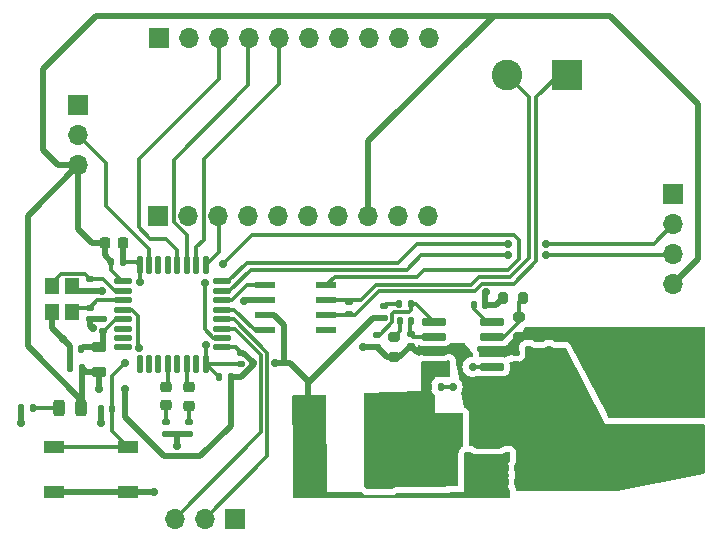
<source format=gbr>
%TF.GenerationSoftware,KiCad,Pcbnew,8.0.1*%
%TF.CreationDate,2024-11-24T12:48:57+07:00*%
%TF.ProjectId,TPMS,54504d53-2e6b-4696-9361-645f70636258,rev?*%
%TF.SameCoordinates,Original*%
%TF.FileFunction,Copper,L1,Top*%
%TF.FilePolarity,Positive*%
%FSLAX46Y46*%
G04 Gerber Fmt 4.6, Leading zero omitted, Abs format (unit mm)*
G04 Created by KiCad (PCBNEW 8.0.1) date 2024-11-24 12:48:57*
%MOMM*%
%LPD*%
G01*
G04 APERTURE LIST*
G04 Aperture macros list*
%AMRoundRect*
0 Rectangle with rounded corners*
0 $1 Rounding radius*
0 $2 $3 $4 $5 $6 $7 $8 $9 X,Y pos of 4 corners*
0 Add a 4 corners polygon primitive as box body*
4,1,4,$2,$3,$4,$5,$6,$7,$8,$9,$2,$3,0*
0 Add four circle primitives for the rounded corners*
1,1,$1+$1,$2,$3*
1,1,$1+$1,$4,$5*
1,1,$1+$1,$6,$7*
1,1,$1+$1,$8,$9*
0 Add four rect primitives between the rounded corners*
20,1,$1+$1,$2,$3,$4,$5,0*
20,1,$1+$1,$4,$5,$6,$7,0*
20,1,$1+$1,$6,$7,$8,$9,0*
20,1,$1+$1,$8,$9,$2,$3,0*%
G04 Aperture macros list end*
%TA.AperFunction,ComponentPad*%
%ADD10R,1.700000X1.700000*%
%TD*%
%TA.AperFunction,ComponentPad*%
%ADD11O,1.700000X1.700000*%
%TD*%
%TA.AperFunction,SMDPad,CuDef*%
%ADD12RoundRect,0.225000X-0.250000X0.225000X-0.250000X-0.225000X0.250000X-0.225000X0.250000X0.225000X0*%
%TD*%
%TA.AperFunction,SMDPad,CuDef*%
%ADD13RoundRect,0.250000X-1.000000X-0.650000X1.000000X-0.650000X1.000000X0.650000X-1.000000X0.650000X0*%
%TD*%
%TA.AperFunction,SMDPad,CuDef*%
%ADD14RoundRect,0.135000X-0.135000X-0.185000X0.135000X-0.185000X0.135000X0.185000X-0.135000X0.185000X0*%
%TD*%
%TA.AperFunction,ComponentPad*%
%ADD15R,2.600000X2.600000*%
%TD*%
%TA.AperFunction,ComponentPad*%
%ADD16C,2.600000*%
%TD*%
%TA.AperFunction,SMDPad,CuDef*%
%ADD17RoundRect,0.140000X-0.170000X0.140000X-0.170000X-0.140000X0.170000X-0.140000X0.170000X0.140000X0*%
%TD*%
%TA.AperFunction,SMDPad,CuDef*%
%ADD18RoundRect,0.225000X-0.225000X-0.250000X0.225000X-0.250000X0.225000X0.250000X-0.225000X0.250000X0*%
%TD*%
%TA.AperFunction,SMDPad,CuDef*%
%ADD19RoundRect,0.140000X0.140000X0.170000X-0.140000X0.170000X-0.140000X-0.170000X0.140000X-0.170000X0*%
%TD*%
%TA.AperFunction,SMDPad,CuDef*%
%ADD20RoundRect,0.075000X0.910000X0.225000X-0.910000X0.225000X-0.910000X-0.225000X0.910000X-0.225000X0*%
%TD*%
%TA.AperFunction,SMDPad,CuDef*%
%ADD21RoundRect,0.200000X-0.275000X0.200000X-0.275000X-0.200000X0.275000X-0.200000X0.275000X0.200000X0*%
%TD*%
%TA.AperFunction,SMDPad,CuDef*%
%ADD22RoundRect,0.140000X-0.140000X-0.170000X0.140000X-0.170000X0.140000X0.170000X-0.140000X0.170000X0*%
%TD*%
%TA.AperFunction,SMDPad,CuDef*%
%ADD23RoundRect,0.125000X-0.625000X-0.125000X0.625000X-0.125000X0.625000X0.125000X-0.625000X0.125000X0*%
%TD*%
%TA.AperFunction,SMDPad,CuDef*%
%ADD24RoundRect,0.125000X-0.125000X-0.625000X0.125000X-0.625000X0.125000X0.625000X-0.125000X0.625000X0*%
%TD*%
%TA.AperFunction,SMDPad,CuDef*%
%ADD25RoundRect,0.135000X-0.185000X0.135000X-0.185000X-0.135000X0.185000X-0.135000X0.185000X0.135000X0*%
%TD*%
%TA.AperFunction,SMDPad,CuDef*%
%ADD26RoundRect,0.073750X-0.801250X-0.221250X0.801250X-0.221250X0.801250X0.221250X-0.801250X0.221250X0*%
%TD*%
%TA.AperFunction,SMDPad,CuDef*%
%ADD27RoundRect,0.135000X0.185000X-0.135000X0.185000X0.135000X-0.185000X0.135000X-0.185000X-0.135000X0*%
%TD*%
%TA.AperFunction,SMDPad,CuDef*%
%ADD28RoundRect,0.218750X0.256250X-0.218750X0.256250X0.218750X-0.256250X0.218750X-0.256250X-0.218750X0*%
%TD*%
%TA.AperFunction,SMDPad,CuDef*%
%ADD29RoundRect,0.200000X0.275000X-0.200000X0.275000X0.200000X-0.275000X0.200000X-0.275000X-0.200000X0*%
%TD*%
%TA.AperFunction,SMDPad,CuDef*%
%ADD30RoundRect,0.200000X0.200000X0.275000X-0.200000X0.275000X-0.200000X-0.275000X0.200000X-0.275000X0*%
%TD*%
%TA.AperFunction,SMDPad,CuDef*%
%ADD31RoundRect,0.243750X-0.243750X-0.456250X0.243750X-0.456250X0.243750X0.456250X-0.243750X0.456250X0*%
%TD*%
%TA.AperFunction,SMDPad,CuDef*%
%ADD32RoundRect,0.140000X0.170000X-0.140000X0.170000X0.140000X-0.170000X0.140000X-0.170000X-0.140000X0*%
%TD*%
%TA.AperFunction,SMDPad,CuDef*%
%ADD33RoundRect,0.218750X0.381250X-0.218750X0.381250X0.218750X-0.381250X0.218750X-0.381250X-0.218750X0*%
%TD*%
%TA.AperFunction,SMDPad,CuDef*%
%ADD34R,2.200000X7.500000*%
%TD*%
%TA.AperFunction,SMDPad,CuDef*%
%ADD35R,1.200000X1.400000*%
%TD*%
%TA.AperFunction,SMDPad,CuDef*%
%ADD36RoundRect,0.135000X0.135000X0.185000X-0.135000X0.185000X-0.135000X-0.185000X0.135000X-0.185000X0*%
%TD*%
%TA.AperFunction,SMDPad,CuDef*%
%ADD37R,1.700000X1.000000*%
%TD*%
%TA.AperFunction,ViaPad*%
%ADD38C,0.700000*%
%TD*%
%TA.AperFunction,Conductor*%
%ADD39C,0.500000*%
%TD*%
%TA.AperFunction,Conductor*%
%ADD40C,0.300000*%
%TD*%
G04 APERTURE END LIST*
D10*
%TO.P,J7,1,Pin_1*%
%TO.N,unconnected-(J7-Pin_1-Pad1)*%
X140990000Y-78925000D03*
D11*
%TO.P,J7,2,Pin_2*%
%TO.N,unconnected-(J7-Pin_2-Pad2)*%
X143530000Y-78925000D03*
%TO.P,J7,3,Pin_3*%
%TO.N,SPI_MOSI*%
X146070000Y-78925000D03*
%TO.P,J7,4,Pin_4*%
%TO.N,SPI_MISO*%
X148610000Y-78925000D03*
%TO.P,J7,5,Pin_5*%
%TO.N,SPI_SCK*%
X151150000Y-78925000D03*
%TO.P,J7,6,Pin_6*%
%TO.N,unconnected-(J7-Pin_6-Pad6)*%
X153690000Y-78925000D03*
%TO.P,J7,7,Pin_7*%
%TO.N,unconnected-(J7-Pin_7-Pad7)*%
X156230000Y-78925000D03*
%TO.P,J7,8,Pin_8*%
%TO.N,unconnected-(J7-Pin_8-Pad8)*%
X158770000Y-78925000D03*
%TO.P,J7,9,Pin_9*%
%TO.N,unconnected-(J7-Pin_9-Pad9)*%
X161310000Y-78925000D03*
%TO.P,J7,10,Pin_10*%
%TO.N,unconnected-(J7-Pin_10-Pad10)*%
X163850000Y-78925000D03*
%TD*%
%TO.P,J6,10,Pin_10*%
%TO.N,unconnected-(J6-Pin_10-Pad10)*%
X163840000Y-94000000D03*
%TO.P,J6,9,Pin_9*%
%TO.N,GND*%
X161300000Y-94000000D03*
%TO.P,J6,8,Pin_8*%
%TO.N,+3.3V*%
X158760000Y-94000000D03*
%TO.P,J6,7,Pin_7*%
%TO.N,unconnected-(J6-Pin_7-Pad7)*%
X156220000Y-94000000D03*
%TO.P,J6,6,Pin_6*%
%TO.N,unconnected-(J6-Pin_6-Pad6)*%
X153680000Y-94000000D03*
%TO.P,J6,5,Pin_5*%
%TO.N,unconnected-(J6-Pin_5-Pad5)*%
X151140000Y-94000000D03*
%TO.P,J6,4,Pin_4*%
%TO.N,unconnected-(J6-Pin_4-Pad4)*%
X148600000Y-94000000D03*
%TO.P,J6,3,Pin_3*%
%TO.N,SPI_CS*%
X146060000Y-94000000D03*
%TO.P,J6,2,Pin_2*%
%TO.N,unconnected-(J6-Pin_2-Pad2)*%
X143520000Y-94000000D03*
D10*
%TO.P,J6,1,Pin_1*%
%TO.N,unconnected-(J6-Pin_1-Pad1)*%
X140980000Y-94000000D03*
%TD*%
D12*
%TO.P,C10,1*%
%TO.N,/Vin*%
X174880000Y-104180000D03*
%TO.P,C10,2*%
%TO.N,GND*%
X174880000Y-105730000D03*
%TD*%
D13*
%TO.P,D4,1,K*%
%TO.N,/PH*%
X164880000Y-112720000D03*
%TO.P,D4,2,A*%
%TO.N,GND*%
X168880000Y-112720000D03*
%TD*%
D10*
%TO.P,J3,1,Pin_1*%
%TO.N,GND*%
X147420000Y-119620000D03*
D11*
%TO.P,J3,2,Pin_2*%
%TO.N,USART1_Rx*%
X144880000Y-119620000D03*
%TO.P,J3,3,Pin_3*%
%TO.N,USART1_Tx*%
X142340000Y-119620000D03*
%TD*%
D14*
%TO.P,R9,1*%
%TO.N,Net-(R8-Pad2)*%
X161370000Y-101420000D03*
%TO.P,R9,2*%
%TO.N,/VSense*%
X162390000Y-101420000D03*
%TD*%
D15*
%TO.P,J4,1,Pin_1*%
%TO.N,GND*%
X182085000Y-114465000D03*
D16*
%TO.P,J4,2,Pin_2*%
%TO.N,/Vin*%
X182085000Y-109385000D03*
%TD*%
D17*
%TO.P,C16,1*%
%TO.N,/COMP*%
X162320000Y-103970000D03*
%TO.P,C16,2*%
%TO.N,GND*%
X162320000Y-104930000D03*
%TD*%
%TO.P,C3,1*%
%TO.N,OSC_IN*%
X135180000Y-99320000D03*
%TO.P,C3,2*%
%TO.N,GND*%
X135180000Y-100280000D03*
%TD*%
%TO.P,C12,1*%
%TO.N,/Vin*%
X171220000Y-105520000D03*
%TO.P,C12,2*%
%TO.N,GND*%
X171220000Y-106480000D03*
%TD*%
D18*
%TO.P,C1,1*%
%TO.N,+3.3V*%
X136430000Y-96220000D03*
%TO.P,C1,2*%
%TO.N,GND*%
X137980000Y-96220000D03*
%TD*%
D19*
%TO.P,C8,1*%
%TO.N,+3.3VA*%
X134460000Y-105195000D03*
%TO.P,C8,2*%
%TO.N,GND*%
X133500000Y-105195000D03*
%TD*%
D20*
%TO.P,U2,1,BOOT*%
%TO.N,/POWER BOOT*%
X169220000Y-106730000D03*
%TO.P,U2,2,VIN*%
%TO.N,/Vin*%
X169220000Y-105460000D03*
%TO.P,U2,3,EN*%
%TO.N,/EN*%
X169220000Y-104190000D03*
%TO.P,U2,4,SS*%
%TO.N,/SS*%
X169220000Y-102920000D03*
%TO.P,U2,5,VSENSE*%
%TO.N,/VSense*%
X164280000Y-102920000D03*
%TO.P,U2,6,COMP*%
%TO.N,/COMP*%
X164280000Y-104190000D03*
%TO.P,U2,7,GND*%
%TO.N,GND*%
X164280000Y-105460000D03*
%TO.P,U2,8,PH*%
%TO.N,/PH*%
X164280000Y-106730000D03*
%TD*%
D21*
%TO.P,R7,1*%
%TO.N,Net-(C15-Pad2)*%
X160880000Y-104220000D03*
%TO.P,R7,2*%
%TO.N,GND*%
X160880000Y-105870000D03*
%TD*%
D17*
%TO.P,C4,1*%
%TO.N,+3.3V*%
X147980000Y-105520000D03*
%TO.P,C4,2*%
%TO.N,GND*%
X147980000Y-106480000D03*
%TD*%
D22*
%TO.P,C13,1*%
%TO.N,/SS*%
X167680000Y-101520000D03*
%TO.P,C13,2*%
%TO.N,GND*%
X168640000Y-101520000D03*
%TD*%
D23*
%TO.P,U1,1,VDD*%
%TO.N,+3.3V*%
X138005000Y-99495000D03*
%TO.P,U1,2,PF0*%
%TO.N,OSC_IN*%
X138005000Y-100295000D03*
%TO.P,U1,3,PF1*%
%TO.N,OSC_OUT*%
X138005000Y-101095000D03*
%TO.P,U1,4,NRST*%
%TO.N,NRST*%
X138005000Y-101895000D03*
%TO.P,U1,5,VDDA*%
%TO.N,+3.3VA*%
X138005000Y-102695000D03*
%TO.P,U1,6,PA0*%
%TO.N,unconnected-(U1-PA0-Pad6)*%
X138005000Y-103495000D03*
%TO.P,U1,7,PA1*%
%TO.N,unconnected-(U1-PA1-Pad7)*%
X138005000Y-104295000D03*
%TO.P,U1,8,PA2*%
%TO.N,unconnected-(U1-PA2-Pad8)*%
X138005000Y-105095000D03*
D24*
%TO.P,U1,9,PA3*%
%TO.N,unconnected-(U1-PA3-Pad9)*%
X139380000Y-106470000D03*
%TO.P,U1,10,PA4*%
%TO.N,unconnected-(U1-PA4-Pad10)*%
X140180000Y-106470000D03*
%TO.P,U1,11,PA5*%
%TO.N,unconnected-(U1-PA5-Pad11)*%
X140980000Y-106470000D03*
%TO.P,U1,12,PA6*%
%TO.N,LED_WHITE*%
X141780000Y-106470000D03*
%TO.P,U1,13,PA7*%
%TO.N,unconnected-(U1-PA7-Pad13)*%
X142580000Y-106470000D03*
%TO.P,U1,14,PB0*%
%TO.N,LED_RED*%
X143380000Y-106470000D03*
%TO.P,U1,15,PB1*%
%TO.N,unconnected-(U1-PB1-Pad15)*%
X144180000Y-106470000D03*
%TO.P,U1,16,VSS*%
%TO.N,GND*%
X144980000Y-106470000D03*
D23*
%TO.P,U1,17,VDDIO2*%
%TO.N,+3.3V*%
X146355000Y-105095000D03*
%TO.P,U1,18,PA8*%
%TO.N,CAN_S*%
X146355000Y-104295000D03*
%TO.P,U1,19,PA9*%
%TO.N,USART1_Tx*%
X146355000Y-103495000D03*
%TO.P,U1,20,PA10*%
%TO.N,USART1_Rx*%
X146355000Y-102695000D03*
%TO.P,U1,21,PA11*%
%TO.N,CAN_Rx*%
X146355000Y-101895000D03*
%TO.P,U1,22,PA12*%
%TO.N,CAN_Tx*%
X146355000Y-101095000D03*
%TO.P,U1,23,PA13*%
%TO.N,SWDIO*%
X146355000Y-100295000D03*
%TO.P,U1,24,PA14*%
%TO.N,SWCLK*%
X146355000Y-99495000D03*
D24*
%TO.P,U1,25,PA15*%
%TO.N,SPI_CS*%
X144980000Y-98120000D03*
%TO.P,U1,26,PB3*%
%TO.N,SPI_SCK*%
X144180000Y-98120000D03*
%TO.P,U1,27,PB4*%
%TO.N,SPI_MISO*%
X143380000Y-98120000D03*
%TO.P,U1,28,PB5*%
%TO.N,SPI_MOSI*%
X142580000Y-98120000D03*
%TO.P,U1,29,PB6*%
%TO.N,unconnected-(U1-PB6-Pad29)*%
X141780000Y-98120000D03*
%TO.P,U1,30,PB7*%
%TO.N,unconnected-(U1-PB7-Pad30)*%
X140980000Y-98120000D03*
%TO.P,U1,31,PB8*%
%TO.N,BOOT*%
X140180000Y-98120000D03*
%TO.P,U1,32,VSSA*%
%TO.N,GND*%
X139380000Y-98120000D03*
%TD*%
D19*
%TO.P,C14,1*%
%TO.N,/POWER BOOT*%
X164860000Y-108420000D03*
%TO.P,C14,2*%
%TO.N,/PH*%
X163900000Y-108420000D03*
%TD*%
D25*
%TO.P,R1,1*%
%TO.N,Net-(D1-K)*%
X141580000Y-111420000D03*
%TO.P,R1,2*%
%TO.N,GND*%
X141580000Y-112440000D03*
%TD*%
D17*
%TO.P,C5,1*%
%TO.N,OSC_OUT*%
X135180000Y-101720000D03*
%TO.P,C5,2*%
%TO.N,GND*%
X135180000Y-102680000D03*
%TD*%
D26*
%TO.P,U3,1,TXD*%
%TO.N,CAN_Tx*%
X150010000Y-99820000D03*
%TO.P,U3,2,GND*%
%TO.N,GND*%
X150010000Y-101090000D03*
%TO.P,U3,3,VCC*%
%TO.N,+3.3V*%
X150010000Y-102360000D03*
%TO.P,U3,4,RXD*%
%TO.N,CAN_Rx*%
X150010000Y-103630000D03*
%TO.P,U3,5,VREF*%
%TO.N,unconnected-(U3-VREF-Pad5)*%
X155180000Y-103630000D03*
%TO.P,U3,6,CANL*%
%TO.N,/CAN-*%
X155180000Y-102360000D03*
%TO.P,U3,7,CANH*%
%TO.N,/CAN+*%
X155180000Y-101090000D03*
%TO.P,U3,8,S*%
%TO.N,CAN_S*%
X155180000Y-99820000D03*
%TD*%
D27*
%TO.P,R8,1*%
%TO.N,+3.3V*%
X160080000Y-102630000D03*
%TO.P,R8,2*%
%TO.N,Net-(R8-Pad2)*%
X160080000Y-101610000D03*
%TD*%
D28*
%TO.P,D1,1,K*%
%TO.N,Net-(D1-K)*%
X141580000Y-109995000D03*
%TO.P,D1,2,A*%
%TO.N,LED_WHITE*%
X141580000Y-108420000D03*
%TD*%
D19*
%TO.P,C9,1*%
%TO.N,+3.3V*%
X134480000Y-106795000D03*
%TO.P,C9,2*%
%TO.N,GND*%
X133520000Y-106795000D03*
%TD*%
D15*
%TO.P,J2,1,Pin_1*%
%TO.N,/CAN-*%
X175580000Y-82000000D03*
D16*
%TO.P,J2,2,Pin_2*%
%TO.N,/CAN+*%
X170500000Y-82000000D03*
%TD*%
D29*
%TO.P,R4,1*%
%TO.N,/Vin*%
X171480000Y-104170000D03*
%TO.P,R4,2*%
%TO.N,/EN*%
X171480000Y-102520000D03*
%TD*%
D22*
%TO.P,C17,1*%
%TO.N,+3.3V*%
X170380000Y-115320000D03*
%TO.P,C17,2*%
%TO.N,GND*%
X171340000Y-115320000D03*
%TD*%
D30*
%TO.P,R5,1*%
%TO.N,/EN*%
X171805000Y-100920000D03*
%TO.P,R5,2*%
%TO.N,GND*%
X170155000Y-100920000D03*
%TD*%
D22*
%TO.P,C2,1*%
%TO.N,GND*%
X136100000Y-110320000D03*
%TO.P,C2,2*%
%TO.N,NRST*%
X137060000Y-110320000D03*
%TD*%
D19*
%TO.P,C15,1*%
%TO.N,/COMP*%
X162360000Y-102820000D03*
%TO.P,C15,2*%
%TO.N,Net-(C15-Pad2)*%
X161400000Y-102820000D03*
%TD*%
D28*
%TO.P,D2,1,K*%
%TO.N,Net-(D2-K)*%
X143580000Y-110020000D03*
%TO.P,D2,2,A*%
%TO.N,LED_RED*%
X143580000Y-108445000D03*
%TD*%
D25*
%TO.P,R2,1*%
%TO.N,Net-(D2-K)*%
X143580000Y-111420000D03*
%TO.P,R2,2*%
%TO.N,GND*%
X143580000Y-112440000D03*
%TD*%
D22*
%TO.P,C6,1*%
%TO.N,+3.3V*%
X137000000Y-97820000D03*
%TO.P,C6,2*%
%TO.N,GND*%
X137960000Y-97820000D03*
%TD*%
D10*
%TO.P,J5,1,Pin_1*%
%TO.N,GND*%
X184580000Y-92100000D03*
D11*
%TO.P,J5,2,Pin_2*%
%TO.N,SWCLK*%
X184580000Y-94640000D03*
%TO.P,J5,3,Pin_3*%
%TO.N,SWDIO*%
X184580000Y-97180000D03*
%TO.P,J5,4,Pin_4*%
%TO.N,+3.3V*%
X184580000Y-99720000D03*
%TD*%
D31*
%TO.P,D3,1,K*%
%TO.N,Net-(D3-K)*%
X132555000Y-110220000D03*
%TO.P,D3,2,A*%
%TO.N,+3.3V*%
X134430000Y-110220000D03*
%TD*%
D32*
%TO.P,C7,1*%
%TO.N,+3.3VA*%
X136280000Y-103680000D03*
%TO.P,C7,2*%
%TO.N,GND*%
X136280000Y-102720000D03*
%TD*%
D33*
%TO.P,FB1,1*%
%TO.N,+3.3V*%
X135980000Y-107182500D03*
%TO.P,FB1,2*%
%TO.N,+3.3VA*%
X135980000Y-105057500D03*
%TD*%
D25*
%TO.P,R10,1*%
%TO.N,/VSense*%
X159480000Y-104020000D03*
%TO.P,R10,2*%
%TO.N,GND*%
X159480000Y-105040000D03*
%TD*%
D34*
%TO.P,L1,1,1*%
%TO.N,/PH*%
X159680000Y-113320000D03*
%TO.P,L1,2,2*%
%TO.N,+3.3V*%
X153680000Y-113320000D03*
%TD*%
D35*
%TO.P,Y1,1,1*%
%TO.N,OSC_IN*%
X131980000Y-99920000D03*
%TO.P,Y1,2,2*%
%TO.N,GND*%
X131980000Y-102120000D03*
%TO.P,Y1,3,3*%
%TO.N,OSC_OUT*%
X133680000Y-102120000D03*
%TO.P,Y1,4,4*%
%TO.N,GND*%
X133680000Y-99920000D03*
%TD*%
D12*
%TO.P,C11,1*%
%TO.N,/Vin*%
X173180000Y-104180000D03*
%TO.P,C11,2*%
%TO.N,GND*%
X173180000Y-105730000D03*
%TD*%
D22*
%TO.P,C18,1*%
%TO.N,+3.3V*%
X170380000Y-116520000D03*
%TO.P,C18,2*%
%TO.N,GND*%
X171340000Y-116520000D03*
%TD*%
D19*
%TO.P,C19,1*%
%TO.N,+3.3V*%
X147080000Y-107620000D03*
%TO.P,C19,2*%
%TO.N,GND*%
X146120000Y-107620000D03*
%TD*%
D36*
%TO.P,R3,1*%
%TO.N,Net-(D3-K)*%
X130390000Y-110220000D03*
%TO.P,R3,2*%
%TO.N,GND*%
X129370000Y-110220000D03*
%TD*%
D25*
%TO.P,R6,1*%
%TO.N,/CAN+*%
X157110000Y-101210000D03*
%TO.P,R6,2*%
%TO.N,/CAN-*%
X157110000Y-102230000D03*
%TD*%
D37*
%TO.P,SW1,1,1*%
%TO.N,GND*%
X138400000Y-117340000D03*
X132100000Y-117340000D03*
%TO.P,SW1,2,2*%
%TO.N,NRST*%
X138400000Y-113540000D03*
X132100000Y-113540000D03*
%TD*%
D10*
%TO.P,J1,1,Pin_1*%
%TO.N,GND*%
X134200000Y-84600000D03*
D11*
%TO.P,J1,2,Pin_2*%
%TO.N,BOOT*%
X134200000Y-87140000D03*
%TO.P,J1,3,Pin_3*%
%TO.N,+3.3V*%
X134200000Y-89680000D03*
%TD*%
D38*
%TO.N,GND*%
X135421382Y-103487245D03*
X139380000Y-99520000D03*
X144980000Y-104920000D03*
X136180000Y-100320000D03*
X168680000Y-100420000D03*
X140600000Y-117340000D03*
X129370000Y-111510000D03*
X132930000Y-104370000D03*
X142580000Y-113420000D03*
X136080000Y-111520000D03*
X148180000Y-101120000D03*
X158280000Y-105020000D03*
%TO.N,+3.3V*%
X150880000Y-106420000D03*
X148980000Y-106420000D03*
X138180000Y-108620000D03*
X135980000Y-108620000D03*
%TO.N,NRST*%
X139305000Y-105160316D03*
X138180000Y-106400000D03*
%TO.N,/POWER BOOT*%
X165880000Y-108420000D03*
X167570000Y-106730000D03*
%TO.N,SWDIO*%
X170580000Y-97300000D03*
X173780000Y-97300000D03*
%TO.N,SWCLK*%
X173780000Y-96300000D03*
X170580000Y-96300000D03*
%TO.N,CAN_S*%
X146480000Y-98000000D03*
X144880000Y-99600000D03*
%TD*%
D39*
%TO.N,+3.3V*%
X134430000Y-109530000D02*
X134430000Y-110220000D01*
X129900000Y-105000000D02*
X134430000Y-109530000D01*
X134200000Y-89680000D02*
X129900000Y-93980000D01*
X129900000Y-93980000D02*
X129900000Y-105000000D01*
X158760000Y-87640000D02*
X169400000Y-77000000D01*
X158760000Y-94000000D02*
X158760000Y-87640000D01*
X169400000Y-77000000D02*
X179200000Y-77000000D01*
X135700000Y-77000000D02*
X169400000Y-77000000D01*
X186700000Y-97600000D02*
X184580000Y-99720000D01*
X179200000Y-77000000D02*
X186700000Y-84500000D01*
X131200000Y-81500000D02*
X135700000Y-77000000D01*
X131200000Y-88400000D02*
X131200000Y-81500000D01*
X186700000Y-84500000D02*
X186700000Y-97600000D01*
X132480000Y-89680000D02*
X131200000Y-88400000D01*
X134200000Y-89680000D02*
X132480000Y-89680000D01*
D40*
%TO.N,BOOT*%
X136500000Y-89440000D02*
X134200000Y-87140000D01*
X140180000Y-96780000D02*
X136500000Y-93100000D01*
X136500000Y-93100000D02*
X136500000Y-89440000D01*
X140180000Y-98120000D02*
X140180000Y-96780000D01*
%TO.N,SPI_MOSI*%
X146070000Y-82330000D02*
X146070000Y-78925000D01*
X140300000Y-95900000D02*
X139300000Y-94900000D01*
X139300000Y-94900000D02*
X139300000Y-89100000D01*
X142580000Y-96880000D02*
X141600000Y-95900000D01*
X141600000Y-95900000D02*
X140300000Y-95900000D01*
X142580000Y-98120000D02*
X142580000Y-96880000D01*
X139300000Y-89100000D02*
X146070000Y-82330000D01*
%TO.N,SPI_MISO*%
X148600000Y-82900000D02*
X148600000Y-78935000D01*
X142300000Y-89200000D02*
X148600000Y-82900000D01*
X142300000Y-94477057D02*
X142300000Y-89200000D01*
X143380000Y-95557057D02*
X142300000Y-94477057D01*
X143380000Y-98120000D02*
X143380000Y-95557057D01*
X148600000Y-78935000D02*
X148610000Y-78925000D01*
%TO.N,SPI_SCK*%
X151150000Y-82750000D02*
X151150000Y-78925000D01*
X144800000Y-89100000D02*
X151150000Y-82750000D01*
X144180000Y-96620000D02*
X144800000Y-96000000D01*
X144180000Y-98120000D02*
X144180000Y-96620000D01*
X144800000Y-96000000D02*
X144800000Y-89100000D01*
%TO.N,SPI_CS*%
X146100000Y-94040000D02*
X146060000Y-94000000D01*
X146100000Y-97000000D02*
X146100000Y-94040000D01*
X144980000Y-98120000D02*
X146100000Y-97000000D01*
D39*
%TO.N,GND*%
X168640000Y-101520000D02*
X168640000Y-100460000D01*
X136100000Y-111500000D02*
X136080000Y-111520000D01*
X162320000Y-104930000D02*
X162850000Y-105460000D01*
X131980000Y-102120000D02*
X131980000Y-103420000D01*
X135180000Y-103245863D02*
X135421382Y-103487245D01*
X133500000Y-105195000D02*
X133500000Y-106775000D01*
X160880000Y-105870000D02*
X160310000Y-105870000D01*
X132100000Y-117340000D02*
X138400000Y-117340000D01*
X131980000Y-103420000D02*
X132930000Y-104370000D01*
D40*
X137960000Y-97820000D02*
X139080000Y-97820000D01*
D39*
X129370000Y-111510000D02*
X129370000Y-110220000D01*
X132930000Y-104370000D02*
X133500000Y-104940000D01*
X162850000Y-105460000D02*
X164280000Y-105460000D01*
X142580000Y-112440000D02*
X143580000Y-112440000D01*
X168640000Y-101520000D02*
X169555000Y-101520000D01*
X169555000Y-101520000D02*
X170155000Y-100920000D01*
D40*
X139380000Y-98120000D02*
X139380000Y-99520000D01*
D39*
X168640000Y-100460000D02*
X168680000Y-100420000D01*
X135180000Y-102680000D02*
X136240000Y-102680000D01*
X142580000Y-112820000D02*
X142580000Y-113420000D01*
X136100000Y-110320000D02*
X136100000Y-111500000D01*
X137980000Y-97800000D02*
X137960000Y-97820000D01*
X161380000Y-105870000D02*
X162320000Y-104930000D01*
X136240000Y-102680000D02*
X136280000Y-102720000D01*
X142580000Y-112440000D02*
X142580000Y-112820000D01*
D40*
X144980000Y-104920000D02*
X144980000Y-106470000D01*
X144980000Y-106470000D02*
X144980000Y-106480000D01*
D39*
X150010000Y-101090000D02*
X148210000Y-101090000D01*
X134040000Y-100280000D02*
X135180000Y-100280000D01*
X135180000Y-102680000D02*
X135180000Y-103245863D01*
X140600000Y-117340000D02*
X138400000Y-117340000D01*
D40*
X144980000Y-106480000D02*
X146120000Y-107620000D01*
X147970000Y-106470000D02*
X147980000Y-106480000D01*
X139080000Y-97820000D02*
X139380000Y-98120000D01*
D39*
X133680000Y-99920000D02*
X134040000Y-100280000D01*
X148210000Y-101090000D02*
X148180000Y-101120000D01*
X158300000Y-105040000D02*
X158280000Y-105020000D01*
X135180000Y-100280000D02*
X136140000Y-100280000D01*
X141580000Y-112440000D02*
X142580000Y-112440000D01*
D40*
X144980000Y-106470000D02*
X147970000Y-106470000D01*
D39*
X137980000Y-96220000D02*
X137980000Y-97800000D01*
X136140000Y-100280000D02*
X136180000Y-100320000D01*
X133500000Y-106775000D02*
X133520000Y-106795000D01*
X160310000Y-105870000D02*
X159480000Y-105040000D01*
X159480000Y-105040000D02*
X158300000Y-105040000D01*
X160880000Y-105870000D02*
X161380000Y-105870000D01*
X133500000Y-104940000D02*
X133500000Y-105195000D01*
%TO.N,+3.3V*%
X134480000Y-106795000D02*
X134480000Y-109620000D01*
D40*
X146355000Y-105095000D02*
X147555000Y-105095000D01*
D39*
X134200000Y-95040000D02*
X134200000Y-89680000D01*
X152130000Y-106420000D02*
X151630000Y-106420000D01*
X134867500Y-107182500D02*
X134480000Y-106795000D01*
X148980000Y-106331734D02*
X148168266Y-105520000D01*
X136430000Y-97250000D02*
X137000000Y-97820000D01*
D40*
X138005000Y-99495000D02*
X137980000Y-99520000D01*
D39*
X136430000Y-96220000D02*
X135380000Y-96220000D01*
X134480000Y-109620000D02*
X134280000Y-109820000D01*
X151630000Y-103220000D02*
X151630000Y-106420000D01*
X150770000Y-102360000D02*
X151630000Y-103220000D01*
X151630000Y-106420000D02*
X150880000Y-106420000D01*
X147080000Y-107620000D02*
X147080000Y-111720000D01*
X141480000Y-114320000D02*
X138180000Y-111020000D01*
X147080000Y-111720000D02*
X144480000Y-114320000D01*
X149080000Y-106528266D02*
X149080000Y-106420000D01*
X153680000Y-108070000D02*
X153680000Y-113320000D01*
X135380000Y-96220000D02*
X134200000Y-95040000D01*
X135980000Y-108620000D02*
X135980000Y-107182500D01*
X150010000Y-102360000D02*
X150770000Y-102360000D01*
X148980000Y-106420000D02*
X148980000Y-106331734D01*
D40*
X137980000Y-99520000D02*
X137000000Y-98540000D01*
D39*
X153730000Y-108020000D02*
X153680000Y-108070000D01*
X136430000Y-96220000D02*
X136430000Y-97250000D01*
X148168266Y-105520000D02*
X147980000Y-105520000D01*
X144480000Y-114320000D02*
X141480000Y-114320000D01*
X147988266Y-107620000D02*
X149080000Y-106528266D01*
X147080000Y-107620000D02*
X147988266Y-107620000D01*
X153730000Y-108020000D02*
X152130000Y-106420000D01*
D40*
X137000000Y-98540000D02*
X137000000Y-97820000D01*
D39*
X135980000Y-107182500D02*
X134867500Y-107182500D01*
X160080000Y-102630000D02*
X159120000Y-102630000D01*
X159120000Y-102630000D02*
X153730000Y-108020000D01*
X138180000Y-111020000D02*
X138180000Y-108620000D01*
D40*
X147555000Y-105095000D02*
X147980000Y-105520000D01*
%TO.N,NRST*%
X138754999Y-101895000D02*
X139280000Y-102420001D01*
X139280000Y-105135316D02*
X139305000Y-105160316D01*
X139280000Y-102420001D02*
X139280000Y-105135316D01*
X137060000Y-107520000D02*
X137060000Y-112200000D01*
X138180000Y-106400000D02*
X137060000Y-107520000D01*
X137060000Y-112200000D02*
X138400000Y-113540000D01*
X138005000Y-101895000D02*
X138754999Y-101895000D01*
X132100000Y-113540000D02*
X138400000Y-113540000D01*
%TO.N,OSC_IN*%
X134730000Y-98870000D02*
X132730000Y-98870000D01*
X135180000Y-99320000D02*
X134730000Y-98870000D01*
X132730000Y-98870000D02*
X131980000Y-99620000D01*
X131980000Y-99620000D02*
X131980000Y-99920000D01*
X137255001Y-100295000D02*
X136280001Y-99320000D01*
X136280001Y-99320000D02*
X135180000Y-99320000D01*
X138005000Y-100295000D02*
X137255001Y-100295000D01*
%TO.N,OSC_OUT*%
X138005000Y-101095000D02*
X135805000Y-101095000D01*
X135805000Y-101095000D02*
X135180000Y-101720000D01*
X135180000Y-101720000D02*
X134080000Y-101720000D01*
X134080000Y-101720000D02*
X133680000Y-102120000D01*
D39*
%TO.N,+3.3VA*%
X135980000Y-105057500D02*
X136280000Y-104757500D01*
X136280000Y-104757500D02*
X136280000Y-103680000D01*
D40*
X136394784Y-103680000D02*
X136280000Y-103680000D01*
X138005000Y-102695000D02*
X137379784Y-102695000D01*
D39*
X134597500Y-105057500D02*
X134460000Y-105195000D01*
D40*
X137379784Y-102695000D02*
X136394784Y-103680000D01*
D39*
X135980000Y-105057500D02*
X134597500Y-105057500D01*
D40*
%TO.N,/SS*%
X167680000Y-101520000D02*
X167680000Y-101829999D01*
X167680000Y-101829999D02*
X168770001Y-102920000D01*
X168770001Y-102920000D02*
X169220000Y-102920000D01*
%TO.N,/POWER BOOT*%
X165880000Y-108420000D02*
X164860000Y-108420000D01*
X167570000Y-106730000D02*
X169220000Y-106730000D01*
%TO.N,/COMP*%
X162570000Y-104220000D02*
X164250000Y-104220000D01*
X162320000Y-103970000D02*
X162570000Y-104220000D01*
X164250000Y-104220000D02*
X164280000Y-104190000D01*
X162300000Y-102830000D02*
X162300000Y-103950000D01*
X162300000Y-103950000D02*
X162320000Y-103970000D01*
%TO.N,Net-(C15-Pad2)*%
X161400000Y-102820000D02*
X161400000Y-103700000D01*
X161400000Y-103700000D02*
X160880000Y-104220000D01*
%TO.N,LED_WHITE*%
X141780000Y-108220000D02*
X141580000Y-108420000D01*
X141780000Y-106470000D02*
X141780000Y-108220000D01*
%TO.N,Net-(D1-K)*%
X141580000Y-109987500D02*
X141580000Y-111387500D01*
%TO.N,Net-(D2-K)*%
X143580000Y-110020000D02*
X143580000Y-111420000D01*
%TO.N,LED_RED*%
X143380000Y-108245000D02*
X143580000Y-108445000D01*
X143380000Y-106470000D02*
X143380000Y-108245000D01*
%TO.N,Net-(D3-K)*%
X130390000Y-110220000D02*
X132555000Y-110220000D01*
%TO.N,SWDIO*%
X173780000Y-97300000D02*
X184460000Y-97300000D01*
X163200000Y-97300000D02*
X170580000Y-97300000D01*
X148775216Y-98500000D02*
X162000000Y-98500000D01*
X146980216Y-100295000D02*
X148775216Y-98500000D01*
X146355000Y-100295000D02*
X146980216Y-100295000D01*
X162000000Y-98500000D02*
X163200000Y-97300000D01*
X184460000Y-97300000D02*
X184580000Y-97180000D01*
%TO.N,SWCLK*%
X173780000Y-96300000D02*
X182920000Y-96300000D01*
X162880000Y-96300000D02*
X163180000Y-96300000D01*
X182920000Y-96300000D02*
X184580000Y-94640000D01*
X163180000Y-96300000D02*
X170580000Y-96300000D01*
X146905000Y-99495000D02*
X148500000Y-97900000D01*
X161280000Y-97900000D02*
X162880000Y-96300000D01*
X148500000Y-97900000D02*
X161280000Y-97900000D01*
X146355000Y-99495000D02*
X146905000Y-99495000D01*
%TO.N,/CAN-*%
X167810050Y-100300000D02*
X168410050Y-99700000D01*
X155180000Y-102360000D02*
X157620000Y-102360000D01*
X171080000Y-99700000D02*
X172980000Y-97800000D01*
X172980000Y-83920000D02*
X174900000Y-82000000D01*
X159680000Y-100300000D02*
X167810050Y-100300000D01*
X172980000Y-97800000D02*
X172980000Y-83920000D01*
X168410050Y-99700000D02*
X171080000Y-99700000D01*
X157620000Y-102360000D02*
X159680000Y-100300000D01*
X174900000Y-82000000D02*
X175580000Y-82000000D01*
%TO.N,/CAN+*%
X167461550Y-99800000D02*
X168141530Y-99120020D01*
X158090000Y-101090000D02*
X159380000Y-99800000D01*
X159380000Y-99800000D02*
X167461550Y-99800000D01*
X172380000Y-97500000D02*
X172380000Y-83880000D01*
X172380000Y-83880000D02*
X170500000Y-82000000D01*
X155180000Y-101090000D02*
X158090000Y-101090000D01*
X170759980Y-99120020D02*
X172380000Y-97500000D01*
X168141530Y-99120020D02*
X170759980Y-99120020D01*
%TO.N,USART1_Tx*%
X149680000Y-112280000D02*
X142340000Y-119620000D01*
X147447894Y-103495000D02*
X149680000Y-105727106D01*
X149680000Y-105727106D02*
X149680000Y-112280000D01*
X146355000Y-103495000D02*
X147447894Y-103495000D01*
%TO.N,USART1_Rx*%
X150180000Y-105520000D02*
X150180000Y-114320000D01*
X147355000Y-102695000D02*
X150180000Y-105520000D01*
X146355000Y-102695000D02*
X147355000Y-102695000D01*
X150180000Y-114320000D02*
X144880000Y-119620000D01*
%TO.N,/EN*%
X169220000Y-104190000D02*
X170201642Y-104190000D01*
X170201642Y-104190000D02*
X171480000Y-102911642D01*
X171480000Y-102911642D02*
X171480000Y-102520000D01*
X171480000Y-101245000D02*
X171805000Y-100920000D01*
X171480000Y-102520000D02*
X171480000Y-101245000D01*
%TO.N,/VSense*%
X162390000Y-101420000D02*
X162780000Y-101420000D01*
X160750000Y-102250000D02*
X160910000Y-102090000D01*
X162180000Y-102090000D02*
X162390000Y-101880000D01*
X159699634Y-104020000D02*
X159480000Y-104020000D01*
X160910000Y-102090000D02*
X162180000Y-102090000D01*
X162390000Y-101880000D02*
X162390000Y-101420000D01*
X160750000Y-102969634D02*
X159699634Y-104020000D01*
X160750000Y-102250000D02*
X160750000Y-102969634D01*
X162780000Y-101420000D02*
X164280000Y-102920000D01*
%TO.N,CAN_S*%
X171480000Y-96000000D02*
X171480000Y-97600000D01*
X171080000Y-95600000D02*
X171480000Y-96000000D01*
X162880000Y-99100000D02*
X155900000Y-99100000D01*
X146355000Y-104295000D02*
X145605001Y-104295000D01*
X170580000Y-98500000D02*
X163480000Y-98500000D01*
X144880000Y-103569999D02*
X144880000Y-99600000D01*
X146480000Y-98000000D02*
X148880000Y-95600000D01*
X145605001Y-104295000D02*
X144880000Y-103569999D01*
X163480000Y-98500000D02*
X162880000Y-99100000D01*
X155900000Y-99100000D02*
X155180000Y-99820000D01*
X171480000Y-97600000D02*
X170580000Y-98500000D01*
X148880000Y-95600000D02*
X171080000Y-95600000D01*
%TO.N,CAN_Rx*%
X147400000Y-101895000D02*
X149135000Y-103630000D01*
X146355000Y-101895000D02*
X147400000Y-101895000D01*
X149135000Y-103630000D02*
X150010000Y-103630000D01*
%TO.N,CAN_Tx*%
X148490050Y-99820000D02*
X150010000Y-99820000D01*
X146355000Y-101095000D02*
X147215050Y-101095000D01*
X147215050Y-101095000D02*
X148490050Y-99820000D01*
%TO.N,Net-(R8-Pad2)*%
X160080000Y-101610000D02*
X160270000Y-101420000D01*
X160270000Y-101420000D02*
X161370000Y-101420000D01*
%TD*%
%TA.AperFunction,Conductor*%
%TO.N,+3.3V*%
G36*
X155124542Y-109139685D02*
G01*
X155170297Y-109192489D01*
X155181494Y-109242488D01*
X155279999Y-117319999D01*
X155280000Y-117320000D01*
X158104470Y-117351038D01*
X158171286Y-117371458D01*
X158202370Y-117400719D01*
X158222448Y-117427539D01*
X158222451Y-117427542D01*
X158222454Y-117427546D01*
X158222457Y-117427548D01*
X158337664Y-117513793D01*
X158337671Y-117513797D01*
X158472517Y-117564091D01*
X158472516Y-117564091D01*
X158479444Y-117564835D01*
X158532127Y-117570500D01*
X160827872Y-117570499D01*
X160887483Y-117564091D01*
X161022331Y-117513796D01*
X161137546Y-117427546D01*
X161137551Y-117427538D01*
X161143366Y-117421725D01*
X161204688Y-117388238D01*
X161232403Y-117385411D01*
X164380000Y-117420000D01*
X166880000Y-117320000D01*
X166880000Y-114044000D01*
X166899685Y-113976961D01*
X166952489Y-113931206D01*
X167004000Y-113920000D01*
X167317270Y-113920000D01*
X167384309Y-113939685D01*
X167404951Y-113956319D01*
X167411344Y-113962712D01*
X167560666Y-114054814D01*
X167727203Y-114109999D01*
X167829991Y-114120500D01*
X169930008Y-114120499D01*
X170032797Y-114109999D01*
X170199334Y-114054814D01*
X170348656Y-113962712D01*
X170355049Y-113956319D01*
X170416372Y-113922834D01*
X170442730Y-113920000D01*
X170656000Y-113920000D01*
X170723039Y-113939685D01*
X170768794Y-113992489D01*
X170780000Y-114044000D01*
X170780000Y-114612833D01*
X170760315Y-114679872D01*
X170743681Y-114700514D01*
X170689887Y-114754307D01*
X170689881Y-114754315D01*
X170607505Y-114893606D01*
X170607504Y-114893609D01*
X170562357Y-115049002D01*
X170562356Y-115049008D01*
X170559500Y-115085302D01*
X170559500Y-115554697D01*
X170562356Y-115590991D01*
X170562357Y-115590997D01*
X170607504Y-115746390D01*
X170607504Y-115746391D01*
X170672846Y-115856880D01*
X170690028Y-115924604D01*
X170672846Y-115983120D01*
X170607504Y-116093608D01*
X170607504Y-116093609D01*
X170562357Y-116249002D01*
X170562356Y-116249008D01*
X170559500Y-116285302D01*
X170559500Y-116754697D01*
X170562356Y-116790991D01*
X170562357Y-116790997D01*
X170607504Y-116946390D01*
X170607505Y-116946393D01*
X170607506Y-116946395D01*
X170689883Y-117085687D01*
X170743682Y-117139486D01*
X170777166Y-117200807D01*
X170780000Y-117227166D01*
X170780000Y-117696000D01*
X170760315Y-117763039D01*
X170707511Y-117808794D01*
X170656000Y-117820000D01*
X152502583Y-117820000D01*
X152435544Y-117800315D01*
X152389789Y-117747511D01*
X152378591Y-117697425D01*
X152377058Y-117564091D01*
X152335205Y-113922834D01*
X152281442Y-109245425D01*
X152300355Y-109178164D01*
X152352630Y-109131805D01*
X152405434Y-109120000D01*
X155057503Y-109120000D01*
X155124542Y-109139685D01*
G37*
%TD.AperFunction*%
%TD*%
%TA.AperFunction,Conductor*%
%TO.N,/Vin*%
G36*
X187173079Y-103339685D02*
G01*
X187218834Y-103392489D01*
X187230039Y-103444003D01*
X187229808Y-110702379D01*
X187229800Y-110936858D01*
X187210113Y-111003897D01*
X187157308Y-111049650D01*
X187105800Y-111060854D01*
X179163832Y-111060854D01*
X179096793Y-111041169D01*
X179053599Y-110993641D01*
X178832599Y-110564642D01*
X175930791Y-104931721D01*
X175895148Y-104872780D01*
X175875780Y-104845190D01*
X175832470Y-104791656D01*
X175725515Y-104705235D01*
X175720561Y-104701232D01*
X175720555Y-104701228D01*
X175660512Y-104665496D01*
X175660513Y-104665496D01*
X175547959Y-104618703D01*
X175527661Y-104610264D01*
X175527663Y-104610264D01*
X175456143Y-104602480D01*
X175384626Y-104594696D01*
X175384624Y-104594696D01*
X175316919Y-104597025D01*
X175315297Y-104597052D01*
X175314791Y-104597097D01*
X175172091Y-104622651D01*
X175162866Y-104623948D01*
X175158911Y-104624353D01*
X175146279Y-104624998D01*
X174614504Y-104624998D01*
X174575504Y-104618705D01*
X174550152Y-104610305D01*
X174524055Y-104598137D01*
X174522296Y-104597052D01*
X174453432Y-104554576D01*
X174453429Y-104554574D01*
X174453428Y-104554574D01*
X174325982Y-104498496D01*
X174325972Y-104498493D01*
X174260881Y-104480033D01*
X174122962Y-104460854D01*
X174122960Y-104460854D01*
X173937040Y-104460854D01*
X173937037Y-104460854D01*
X173799118Y-104480033D01*
X173734027Y-104498493D01*
X173734017Y-104498496D01*
X173606573Y-104554573D01*
X173535943Y-104598137D01*
X173509854Y-104610302D01*
X173484503Y-104618703D01*
X173445497Y-104624998D01*
X172914504Y-104624998D01*
X172875504Y-104618705D01*
X172850152Y-104610305D01*
X172824055Y-104598137D01*
X172822296Y-104597052D01*
X172753432Y-104554576D01*
X172753429Y-104554574D01*
X172753428Y-104554574D01*
X172625982Y-104498496D01*
X172625972Y-104498493D01*
X172560881Y-104480033D01*
X172422962Y-104460854D01*
X172422960Y-104460854D01*
X172157126Y-104460854D01*
X172133768Y-104464048D01*
X172021387Y-104479419D01*
X172021381Y-104479421D01*
X171957236Y-104497302D01*
X171831471Y-104551634D01*
X171831468Y-104551635D01*
X171784547Y-104579999D01*
X171749285Y-104603384D01*
X171732507Y-104615551D01*
X171699327Y-104641799D01*
X171604791Y-104750273D01*
X171604789Y-104750277D01*
X171567303Y-104808241D01*
X171566900Y-104808853D01*
X171566847Y-104808948D01*
X171506710Y-104939644D01*
X171506708Y-104939652D01*
X171485826Y-105082008D01*
X171485627Y-105151859D01*
X171485628Y-105151875D01*
X171505698Y-105294346D01*
X171520076Y-105343832D01*
X171525000Y-105378429D01*
X171525000Y-105575500D01*
X171505315Y-105642539D01*
X171452511Y-105688294D01*
X171401000Y-105699500D01*
X170985302Y-105699500D01*
X170949008Y-105702356D01*
X170949002Y-105702357D01*
X170793609Y-105747504D01*
X170793603Y-105747506D01*
X170778603Y-105756377D01*
X170731675Y-105772581D01*
X170685151Y-105778707D01*
X170617884Y-105797592D01*
X170617878Y-105797594D01*
X170541585Y-105831345D01*
X170486305Y-105855801D01*
X170486304Y-105855802D01*
X170486299Y-105855804D01*
X170465706Y-105873224D01*
X170441079Y-105889459D01*
X170354689Y-105932653D01*
X170285924Y-105945027D01*
X170283051Y-105944683D01*
X170167730Y-105929501D01*
X170167725Y-105929500D01*
X170167720Y-105929500D01*
X168272280Y-105929500D01*
X168272275Y-105929500D01*
X168272267Y-105929501D01*
X168268775Y-105929961D01*
X168199740Y-105919195D01*
X168147485Y-105872814D01*
X168128600Y-105805545D01*
X168129045Y-105796423D01*
X168133241Y-105747506D01*
X168135644Y-105719501D01*
X168107057Y-105578489D01*
X168083571Y-105512685D01*
X168083570Y-105512683D01*
X168016413Y-105385437D01*
X168003688Y-105367926D01*
X167980203Y-105302122D01*
X167980000Y-105295032D01*
X167980000Y-105086805D01*
X167999685Y-105019766D01*
X168052489Y-104974011D01*
X168121647Y-104964067D01*
X168151447Y-104972242D01*
X168159764Y-104975687D01*
X168272280Y-104990500D01*
X168272287Y-104990500D01*
X170167713Y-104990500D01*
X170167720Y-104990500D01*
X170280236Y-104975687D01*
X170420233Y-104917698D01*
X170478771Y-104872780D01*
X170514162Y-104845624D01*
X170579331Y-104820430D01*
X170579580Y-104820419D01*
X170580000Y-104820000D01*
X170580000Y-104816003D01*
X170599685Y-104748964D01*
X170605624Y-104740517D01*
X170632696Y-104705235D01*
X170632698Y-104705233D01*
X170641887Y-104683046D01*
X170668764Y-104642822D01*
X171355268Y-103956319D01*
X171416591Y-103922834D01*
X171442949Y-103920000D01*
X171779999Y-103920000D01*
X171780000Y-103920000D01*
X172045727Y-103388546D01*
X172093314Y-103337387D01*
X172156636Y-103320000D01*
X187106040Y-103320000D01*
X187173079Y-103339685D01*
G37*
%TD.AperFunction*%
%TD*%
%TA.AperFunction,Conductor*%
%TO.N,GND*%
G36*
X166856772Y-104736275D02*
G01*
X166923785Y-104756043D01*
X166956926Y-104787378D01*
X167340567Y-105315302D01*
X167607485Y-105682604D01*
X167630971Y-105748408D01*
X167615153Y-105816464D01*
X167565052Y-105865164D01*
X167507174Y-105879500D01*
X167480609Y-105879500D01*
X167449954Y-105886015D01*
X167305733Y-105916670D01*
X167305728Y-105916672D01*
X167142408Y-105989387D01*
X166997768Y-106094475D01*
X166878140Y-106227336D01*
X166788750Y-106382164D01*
X166788747Y-106382170D01*
X166733504Y-106552192D01*
X166733503Y-106552194D01*
X166714815Y-106730000D01*
X166733503Y-106907805D01*
X166733504Y-106907807D01*
X166788747Y-107077829D01*
X166788750Y-107077835D01*
X166878141Y-107232665D01*
X166919812Y-107278946D01*
X166997764Y-107365521D01*
X166997767Y-107365523D01*
X166997770Y-107365526D01*
X167142407Y-107470612D01*
X167305733Y-107543329D01*
X167480609Y-107580500D01*
X167480610Y-107580500D01*
X167659389Y-107580500D01*
X167659391Y-107580500D01*
X167834267Y-107543329D01*
X167974639Y-107480831D01*
X168043885Y-107471548D01*
X168072523Y-107479551D01*
X168128670Y-107502807D01*
X168159764Y-107515687D01*
X168272280Y-107530500D01*
X168272287Y-107530500D01*
X170167713Y-107530500D01*
X170167720Y-107530500D01*
X170280236Y-107515687D01*
X170420233Y-107457698D01*
X170421156Y-107456989D01*
X170422079Y-107456632D01*
X170427273Y-107453634D01*
X170427740Y-107454443D01*
X170486324Y-107431793D01*
X170494744Y-107431460D01*
X170494846Y-107431353D01*
X170508304Y-107417394D01*
X170513174Y-107397886D01*
X170535784Y-107372279D01*
X170534704Y-107371199D01*
X170540449Y-107365453D01*
X170540451Y-107365451D01*
X170632698Y-107245233D01*
X170690687Y-107105236D01*
X170705500Y-106992720D01*
X170705500Y-106467280D01*
X170697375Y-106405565D01*
X170708140Y-106336532D01*
X170754520Y-106284276D01*
X170821789Y-106265390D01*
X170854909Y-106270305D01*
X170949002Y-106297642D01*
X170949005Y-106297642D01*
X170949007Y-106297643D01*
X170985310Y-106300500D01*
X170985318Y-106300500D01*
X171454682Y-106300500D01*
X171454690Y-106300500D01*
X171490993Y-106297643D01*
X171490995Y-106297642D01*
X171490997Y-106297642D01*
X171537002Y-106284276D01*
X171646395Y-106252494D01*
X171785687Y-106170117D01*
X171900117Y-106055687D01*
X171982494Y-105916395D01*
X172027643Y-105760993D01*
X172030500Y-105724690D01*
X172030500Y-105315310D01*
X172027643Y-105279007D01*
X171991126Y-105153315D01*
X171991325Y-105083446D01*
X172029267Y-105024776D01*
X172046053Y-105012603D01*
X172092977Y-104984237D01*
X172157126Y-104966354D01*
X172422960Y-104966354D01*
X172488057Y-104984816D01*
X172621294Y-105066998D01*
X172621297Y-105066999D01*
X172621303Y-105067003D01*
X172782292Y-105120349D01*
X172881655Y-105130500D01*
X173478344Y-105130499D01*
X173478352Y-105130498D01*
X173478355Y-105130498D01*
X173545833Y-105123605D01*
X173577708Y-105120349D01*
X173738697Y-105067003D01*
X173749187Y-105060532D01*
X173871943Y-104984816D01*
X173937040Y-104966354D01*
X174122960Y-104966354D01*
X174188057Y-104984816D01*
X174321294Y-105066998D01*
X174321297Y-105066999D01*
X174321303Y-105067003D01*
X174482292Y-105120349D01*
X174581655Y-105130500D01*
X175178344Y-105130499D01*
X175178352Y-105130498D01*
X175178355Y-105130498D01*
X175245833Y-105123605D01*
X175277708Y-105120349D01*
X175332176Y-105102299D01*
X175402004Y-105099897D01*
X175462046Y-105135628D01*
X175481414Y-105163218D01*
X178780000Y-111566354D01*
X187105776Y-111566354D01*
X187172815Y-111586039D01*
X187218570Y-111638843D01*
X187229776Y-111690358D01*
X187229649Y-115642741D01*
X187209962Y-115709780D01*
X187157157Y-115755533D01*
X187129967Y-115764329D01*
X179806887Y-117228946D01*
X179782569Y-117231354D01*
X171399000Y-117231354D01*
X171331961Y-117211669D01*
X171286206Y-117158865D01*
X171276597Y-117127191D01*
X171271113Y-117093355D01*
X171271113Y-117093354D01*
X171220832Y-116958546D01*
X171187348Y-116897225D01*
X171180313Y-116887827D01*
X171155896Y-116822363D01*
X171157267Y-116797320D01*
X171157146Y-116797311D01*
X171157545Y-116792229D01*
X171157601Y-116791223D01*
X171157643Y-116790991D01*
X171160499Y-116754697D01*
X171160500Y-116754690D01*
X171160500Y-116285310D01*
X171157643Y-116249007D01*
X171148720Y-116218294D01*
X171148918Y-116148428D01*
X171154069Y-116134283D01*
X171157866Y-116125544D01*
X171157866Y-116125543D01*
X171157869Y-116125537D01*
X171175051Y-116067021D01*
X171195179Y-115943372D01*
X171195178Y-115943368D01*
X171195179Y-115943367D01*
X171180005Y-115800297D01*
X171180005Y-115800294D01*
X171163627Y-115735741D01*
X171163018Y-115733043D01*
X171162823Y-115732570D01*
X171162823Y-115732569D01*
X171152216Y-115706859D01*
X171144846Y-115637382D01*
X171147765Y-115624990D01*
X171157643Y-115590993D01*
X171160500Y-115554690D01*
X171160500Y-115085310D01*
X171157643Y-115049007D01*
X171157641Y-115049003D01*
X171157159Y-115042867D01*
X171171523Y-114974490D01*
X171180189Y-114960626D01*
X171185567Y-114953169D01*
X171245338Y-114822292D01*
X171265023Y-114755253D01*
X171265024Y-114755249D01*
X171285500Y-114612833D01*
X171285500Y-114044000D01*
X171273947Y-113936544D01*
X171262741Y-113885033D01*
X171262637Y-113884722D01*
X171228616Y-113782502D01*
X171228613Y-113782496D01*
X171150828Y-113661462D01*
X171150825Y-113661457D01*
X171150820Y-113661451D01*
X171105076Y-113608659D01*
X171105072Y-113608656D01*
X171105070Y-113608653D01*
X170996336Y-113514433D01*
X170996333Y-113514431D01*
X170996331Y-113514430D01*
X170865465Y-113454664D01*
X170865460Y-113454662D01*
X170865459Y-113454662D01*
X170798420Y-113434977D01*
X170798422Y-113434977D01*
X170798417Y-113434976D01*
X170730581Y-113425223D01*
X170656000Y-113414500D01*
X170442730Y-113414500D01*
X170442728Y-113414500D01*
X170388679Y-113417397D01*
X170388678Y-113417397D01*
X170362345Y-113420229D01*
X170362318Y-113420232D01*
X170308922Y-113428885D01*
X170308920Y-113428885D01*
X170174112Y-113479167D01*
X170112784Y-113512655D01*
X170112783Y-113512655D01*
X170104952Y-113518517D01*
X170095747Y-113524782D01*
X169996583Y-113585946D01*
X169970492Y-113598112D01*
X169939238Y-113608469D01*
X169912848Y-113614121D01*
X169911399Y-113614269D01*
X169910548Y-113614356D01*
X169897935Y-113614999D01*
X167862065Y-113614999D01*
X167849456Y-113614356D01*
X167847157Y-113614121D01*
X167820763Y-113608470D01*
X167789507Y-113598113D01*
X167763419Y-113585949D01*
X167716973Y-113557301D01*
X167704268Y-113548317D01*
X167701490Y-113546078D01*
X167657606Y-113514433D01*
X167657604Y-113514432D01*
X167526732Y-113454663D01*
X167459687Y-113434976D01*
X167391853Y-113425223D01*
X167328297Y-113396198D01*
X167290523Y-113337420D01*
X167285500Y-113302485D01*
X167285500Y-110744010D01*
X167285500Y-110744000D01*
X167273947Y-110636544D01*
X167262741Y-110585033D01*
X167262637Y-110584722D01*
X167228616Y-110482502D01*
X167228613Y-110482496D01*
X167150828Y-110361462D01*
X167150825Y-110361457D01*
X167150820Y-110361451D01*
X167105076Y-110308659D01*
X167105072Y-110308656D01*
X167105070Y-110308653D01*
X166996336Y-110214433D01*
X166996334Y-110214432D01*
X166996333Y-110214431D01*
X166926674Y-110182618D01*
X166873871Y-110136862D01*
X166856280Y-110092509D01*
X166630737Y-108880212D01*
X166637827Y-108810705D01*
X166645254Y-108795539D01*
X166661250Y-108767835D01*
X166716497Y-108597803D01*
X166735185Y-108420000D01*
X166716497Y-108242197D01*
X166661250Y-108072165D01*
X166571859Y-107917335D01*
X166485433Y-107821349D01*
X166447882Y-107779644D01*
X166448993Y-107778642D01*
X166416377Y-107725714D01*
X166414090Y-107715737D01*
X166230698Y-106730000D01*
X166187592Y-106498305D01*
X166185500Y-106475625D01*
X166185500Y-106285862D01*
X166185500Y-106285858D01*
X166169043Y-106157923D01*
X166153158Y-106097201D01*
X166104857Y-105977595D01*
X166104289Y-105976854D01*
X166103776Y-105975705D01*
X166100688Y-105970301D01*
X166101230Y-105969991D01*
X166080752Y-105924042D01*
X166080000Y-105920000D01*
X166079999Y-105920000D01*
X166079999Y-105919999D01*
X166057024Y-105900972D01*
X166054989Y-105900382D01*
X166023319Y-105871341D01*
X166017265Y-105863452D01*
X166017264Y-105863451D01*
X165967271Y-105814638D01*
X165967263Y-105814631D01*
X165851074Y-105729798D01*
X165731738Y-105686904D01*
X165715672Y-105681129D01*
X165701635Y-105678250D01*
X165647226Y-105667092D01*
X165503603Y-105658542D01*
X165503602Y-105658542D01*
X165478973Y-105664208D01*
X165363388Y-105690800D01*
X165346434Y-105697355D01*
X165332765Y-105702640D01*
X165329717Y-105702894D01*
X165297551Y-105716217D01*
X165294822Y-105717309D01*
X165266796Y-105728145D01*
X165259833Y-105731840D01*
X165226707Y-105745561D01*
X165179255Y-105755000D01*
X163305158Y-105755000D01*
X163303568Y-105755868D01*
X163278337Y-105758693D01*
X163263878Y-105758822D01*
X163245282Y-105758989D01*
X163245278Y-105758989D01*
X163177582Y-105769133D01*
X163177570Y-105769136D01*
X163054133Y-105805777D01*
X162984264Y-105805984D01*
X162925374Y-105768383D01*
X162896162Y-105704914D01*
X162894847Y-105686904D01*
X162894847Y-105025708D01*
X162914532Y-104958669D01*
X162967336Y-104912914D01*
X163036494Y-104902970D01*
X163071981Y-104915255D01*
X163072258Y-104914588D01*
X163079769Y-104917699D01*
X163219764Y-104975687D01*
X163332280Y-104990500D01*
X163332287Y-104990500D01*
X165227713Y-104990500D01*
X165227720Y-104990500D01*
X165340236Y-104975687D01*
X165480233Y-104917698D01*
X165600451Y-104825451D01*
X165632726Y-104783389D01*
X165689151Y-104742188D01*
X165731251Y-104734877D01*
X166856772Y-104736275D01*
G37*
%TD.AperFunction*%
%TD*%
%TA.AperFunction,Conductor*%
%TO.N,/PH*%
G36*
X165614123Y-106176324D02*
G01*
X165664115Y-106225136D01*
X165680000Y-106285858D01*
X165680000Y-107496000D01*
X165660315Y-107563039D01*
X165607511Y-107608794D01*
X165556000Y-107620000D01*
X165144947Y-107620000D01*
X165110354Y-107615076D01*
X165100993Y-107612357D01*
X165100989Y-107612356D01*
X165100991Y-107612356D01*
X165064697Y-107609500D01*
X165064690Y-107609500D01*
X164655310Y-107609500D01*
X164655302Y-107609500D01*
X164619010Y-107612356D01*
X164619007Y-107612357D01*
X164609645Y-107615076D01*
X164575053Y-107620000D01*
X164380000Y-107620000D01*
X164380000Y-107636221D01*
X164360315Y-107703260D01*
X164329110Y-107733337D01*
X164330479Y-107735101D01*
X164324312Y-107739884D01*
X164209884Y-107854311D01*
X164209881Y-107854315D01*
X164127505Y-107993606D01*
X164127504Y-107993609D01*
X164082357Y-108149002D01*
X164082356Y-108149008D01*
X164079500Y-108185302D01*
X164079500Y-108654697D01*
X164082356Y-108690991D01*
X164082357Y-108690997D01*
X164127504Y-108846390D01*
X164127505Y-108846393D01*
X164209881Y-108985684D01*
X164209887Y-108985692D01*
X164324307Y-109100112D01*
X164330476Y-109104897D01*
X164328645Y-109107257D01*
X164366786Y-109148077D01*
X164380000Y-109203778D01*
X164380000Y-110620000D01*
X166656000Y-110620000D01*
X166723039Y-110639685D01*
X166768794Y-110692489D01*
X166780000Y-110744000D01*
X166780000Y-113379575D01*
X166760315Y-113446614D01*
X166723040Y-113483890D01*
X166621462Y-113549170D01*
X166621451Y-113549179D01*
X166568659Y-113594923D01*
X166474433Y-113703664D01*
X166474430Y-113703668D01*
X166414664Y-113834534D01*
X166394976Y-113901582D01*
X166374500Y-114044001D01*
X166374500Y-116715175D01*
X166354815Y-116782214D01*
X166302011Y-116827969D01*
X166255456Y-116839076D01*
X164375828Y-116914262D01*
X164369509Y-116914354D01*
X161422016Y-116881964D01*
X161237958Y-116879942D01*
X161237957Y-116879942D01*
X161237956Y-116879942D01*
X161181110Y-116882519D01*
X161153387Y-116885347D01*
X161097229Y-116894292D01*
X161097220Y-116894294D01*
X160962410Y-116944579D01*
X160901091Y-116978065D01*
X160901089Y-116978067D01*
X160881276Y-116992897D01*
X160868078Y-116997818D01*
X160811376Y-117040266D01*
X160745912Y-117064683D01*
X160737065Y-117064999D01*
X158632407Y-117064999D01*
X158565368Y-117045314D01*
X158547413Y-117031288D01*
X158517772Y-117003385D01*
X158449239Y-116949234D01*
X158443194Y-116945495D01*
X158444171Y-116943914D01*
X158398944Y-116903833D01*
X158380000Y-116837960D01*
X158380000Y-109041443D01*
X158399685Y-108974404D01*
X158452489Y-108928649D01*
X158501414Y-108917470D01*
X163180000Y-108820000D01*
X163180000Y-106381846D01*
X163199685Y-106314807D01*
X163252489Y-106269052D01*
X163320189Y-106258908D01*
X163332280Y-106260500D01*
X163332287Y-106260500D01*
X165227713Y-106260500D01*
X165227720Y-106260500D01*
X165340236Y-106245687D01*
X165480233Y-106187698D01*
X165480511Y-106187484D01*
X165480788Y-106187377D01*
X165487268Y-106183636D01*
X165487851Y-106184646D01*
X165545678Y-106162288D01*
X165614123Y-106176324D01*
G37*
%TD.AperFunction*%
%TD*%
M02*

</source>
